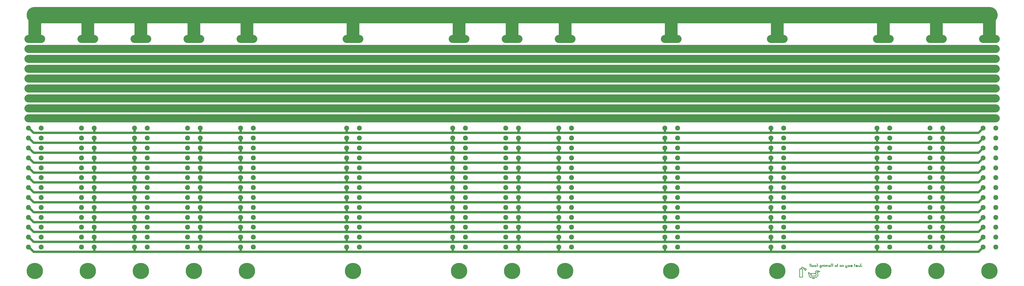
<source format=gbl>
G04 start of page 3 for group 5 idx 5 *
G04 Title: (unknown), bottom *
G04 Creator: pcb 20110918 *
G04 CreationDate: Mon May  5 15:54:35 2014 UTC *
G04 For: fosse *
G04 Format: Gerber/RS-274X *
G04 PCB-Dimensions: 2025000 500000 *
G04 PCB-Coordinate-Origin: lower left *
%MOIN*%
%FSLAX25Y25*%
%LNBOTTOM*%
%ADD31C,0.1280*%
%ADD30C,0.0380*%
%ADD29C,0.2560*%
%ADD28C,0.0780*%
%ADD27C,0.0100*%
%ADD26C,0.0090*%
%ADD25C,0.0350*%
%ADD24C,0.2550*%
%ADD23C,0.2000*%
%ADD22C,0.1250*%
G54D22*X1540994Y373800D02*X21000D01*
X1540994Y358200D02*X21000D01*
X1540994Y342600D02*X21000D01*
X1540994Y327000D02*X21000D01*
X1540994Y389400D02*X21000D01*
X1540994Y405000D02*X21000D01*
X1540994Y420600D02*X21000D01*
G54D23*X697664Y474000D02*Y440500D01*
G54D22*X707664Y436200D02*X687664D01*
G54D23*X780997Y474000D02*Y440500D01*
X364332Y474000D02*Y440500D01*
G54D22*X374332Y436200D02*X354332D01*
G54D23*X530998Y474000D02*Y440500D01*
G54D22*X540998Y436200D02*X520998D01*
G54D24*X31000Y474000D02*X1530994D01*
G54D23*X1030996D02*Y440500D01*
G54D22*X874330Y436200D02*X854330D01*
G54D23*X864330Y474000D02*Y440500D01*
G54D22*X790997Y436200D02*X770997D01*
G54D23*X1364328Y474000D02*Y440500D01*
G54D22*X1207662Y436200D02*X1187662D01*
G54D23*X1197662Y474000D02*Y440500D01*
G54D22*X1040996Y436200D02*X1020996D01*
G54D25*X1457661Y195100D02*X1457461Y194900D01*
X1457661Y202200D02*Y195100D01*
Y179500D02*X1457461Y179300D01*
X1457661Y186600D02*Y179500D01*
Y148300D02*X1457461Y148100D01*
X1457661Y155400D02*Y148300D01*
Y132700D02*X1457461Y132500D01*
X1457661Y139800D02*Y132700D01*
X1513694Y194900D02*X1520994Y202200D01*
X1513694Y179300D02*X1520994Y186600D01*
X1457661Y163900D02*X1457461Y163700D01*
X1457661Y171000D02*Y163900D01*
X1513694Y163700D02*X1520994Y171000D01*
X1457661Y226300D02*X1457461Y226100D01*
X1457661Y233400D02*Y226300D01*
Y241900D02*X1457461Y241700D01*
X1457661Y249000D02*Y241900D01*
X687664Y264600D02*Y258300D01*
X1457661Y264600D02*Y257500D01*
X790997Y264600D02*Y257500D01*
X1457661Y273100D02*X1457461Y272900D01*
X1457661Y280200D02*Y273100D01*
Y288700D02*X1457461Y288500D01*
X1457661Y295800D02*Y288700D01*
X790997Y295800D02*Y288700D01*
X790797Y288500D01*
X790997Y280200D02*Y273100D01*
X790797Y272900D01*
X790997Y257500D02*X790797Y257300D01*
X790997Y249000D02*Y241900D01*
X790797Y241700D01*
X790997Y233400D02*Y226300D01*
X790797Y226100D01*
X1513694D02*X1520994Y233400D01*
X1513694Y241700D02*X1520994Y249000D01*
X1513694Y257300D02*X1520994Y264600D01*
X1513694Y272900D02*X1520994Y280200D01*
X1513694Y288500D02*X1520994Y295800D01*
X1354328D02*Y289500D01*
X1355328Y288500D01*
X1457661Y117100D02*X1457461Y116900D01*
X1457661Y124200D02*Y117100D01*
X1513694Y148100D02*X1520994Y155400D01*
X1513694Y132500D02*X1520994Y139800D01*
X1513694Y116900D02*X1520994Y124200D01*
X1354328D02*Y117900D01*
X1355328Y116900D01*
X1354328Y139800D02*Y133500D01*
X790997Y124200D02*Y117100D01*
X790797Y116900D01*
X790997Y139800D02*Y132700D01*
X790797Y132500D01*
X790997Y155400D02*Y148300D01*
X790797Y148100D01*
X790997Y171000D02*Y163900D01*
X790797Y163700D01*
X1354328Y186600D02*Y180300D01*
X790997Y186600D02*Y179500D01*
X790797Y179300D01*
X790997Y202200D02*Y195100D01*
X790797Y194900D01*
X790997Y217800D02*Y210700D01*
X790797Y210500D01*
X1354328Y180300D02*X1355328Y179300D01*
X1354328Y202200D02*Y195900D01*
X1355328Y194900D01*
X1457661Y210700D02*X1457461Y210500D01*
X1457661Y217800D02*Y210700D01*
X1513694Y210500D02*X1520994Y217800D01*
X1354328D02*Y211500D01*
X1457661Y101500D02*X1457461Y101300D01*
X1457661Y108600D02*Y101500D01*
X1513694Y101300D02*X1520994Y108600D01*
X1354328D02*Y102300D01*
X1355328Y101300D01*
X1187662Y108600D02*Y101800D01*
X1354328Y133500D02*X1355328Y132500D01*
X1354328Y155400D02*Y149100D01*
X1355328Y148100D01*
X1187662Y124200D02*Y117400D01*
X1354328Y171000D02*Y164700D01*
X1355328Y163700D01*
X1187662Y171000D02*Y164200D01*
Y117400D02*X1188162Y116900D01*
X1187662Y139800D02*Y133000D01*
X1188162Y132500D01*
X1187662Y155400D02*Y148600D01*
Y186600D02*Y179800D01*
G54D26*X1256279Y66817D02*X1257779D01*
G54D27*X1248779D02*X1255779D01*
X1255279D02*X1256279D01*
G54D26*X1257779Y63317D02*X1251279D01*
G54D27*X1253779Y60317D02*Y59817D01*
X1258779Y60817D02*X1249779D01*
X1247779Y62817D01*
G54D26*X1249779Y64817D02*X1251779Y66817D01*
X1251279Y63317D02*X1249779Y64817D01*
G54D27*X1247779Y65317D02*X1246779Y66317D01*
Y68817D02*X1248779Y66817D01*
X1246779Y68817D02*Y66317D01*
X1247779Y62817D02*Y65317D01*
X1256279Y59317D02*X1252279D01*
X1256279Y66817D02*X1257779Y68317D01*
X1232779Y74317D02*Y61317D01*
X1237279D01*
Y74317D01*
X1232779D01*
X1234279D01*
X1235279Y75317D01*
X1236279Y74317D01*
X1235279Y75317D02*Y76317D01*
X1235779Y76817D01*
X1237779D01*
X1239279Y75317D01*
Y74317D01*
X1241779Y71817D01*
X1243279Y73317D01*
X1239279Y75317D02*X1241279D01*
X1243279Y73317D01*
X1258779Y71317D02*X1262279D01*
X1257779Y70317D02*X1258779Y71317D01*
G54D26*Y64317D02*X1257779Y63317D01*
Y66817D02*X1258779Y65817D01*
G54D27*X1259779Y68317D02*X1261279Y66817D01*
Y63317D01*
G54D26*X1258779Y65817D02*Y64317D01*
G54D27*X1261279Y63317D02*X1258779Y60817D01*
X1262279Y69317D02*X1259779D01*
Y68317D01*
X1262279Y71317D02*X1263279Y70317D01*
X1262279Y69317D01*
X1260779Y70817D02*Y70317D01*
X1263279D02*X1264779D01*
X1257779Y68317D02*Y70317D01*
G54D25*X1354328Y264600D02*Y258300D01*
X1355328Y257300D01*
X1457661Y257500D02*X1457461Y257300D01*
X1354328Y249000D02*Y242700D01*
X1355328Y241700D01*
X1354328Y233400D02*Y227100D01*
G54D22*X1540994Y436200D02*X1520994D01*
G54D23*X1447661Y474000D02*Y440500D01*
G54D22*X1457661Y436200D02*X1437661D01*
G54D23*X1530994Y474000D02*Y440500D01*
G54D22*X1374328Y436200D02*X1354328D01*
G54D25*Y280200D02*Y273900D01*
X1355328Y272900D01*
X1187662Y295800D02*Y289000D01*
X1188162Y288500D01*
X1187662Y264600D02*Y257800D01*
X1188162Y257300D01*
X1354328Y227100D02*X1355328Y226100D01*
X1187662Y249000D02*Y242200D01*
X1188162Y241700D01*
X1187662Y233400D02*Y226600D01*
Y179800D02*X1188162Y179300D01*
X1187662Y202200D02*Y195400D01*
X1188162Y194900D01*
X1187662Y148600D02*X1188162Y148100D01*
X1020996Y124200D02*Y116900D01*
Y139800D02*Y132500D01*
Y155400D02*Y148100D01*
X354332Y233400D02*Y226100D01*
Y217800D02*Y210500D01*
Y249000D02*Y241700D01*
Y264600D02*Y257300D01*
Y280200D02*Y272900D01*
Y295800D02*Y288500D01*
X520998Y226600D02*X520498Y226100D01*
X520998Y211000D02*X520498Y210500D01*
X520998Y217800D02*Y211000D01*
Y233400D02*Y226600D01*
X354332Y202200D02*Y194900D01*
Y171000D02*Y163700D01*
Y155400D02*Y148100D01*
Y108600D02*Y101300D01*
Y186600D02*Y179300D01*
X520998Y195400D02*X520498Y194900D01*
X520998Y202200D02*Y195400D01*
Y179800D02*X520498Y179300D01*
X520998Y186600D02*Y179800D01*
Y164200D02*X520498Y163700D01*
X520998Y171000D02*Y164200D01*
Y148600D02*X520498Y148100D01*
X520998Y155400D02*Y148600D01*
X354332Y139800D02*Y132500D01*
Y124200D02*Y116900D01*
X520998Y133000D02*X520498Y132500D01*
X520998Y139800D02*Y133000D01*
Y242200D02*X520498Y241700D01*
X520998Y249000D02*Y242200D01*
Y257800D02*X520498Y257300D01*
X520998Y264600D02*Y257800D01*
Y273400D02*X520498Y272900D01*
X520998Y280200D02*Y273400D01*
X29000Y210500D02*X1513694D01*
X687664Y211500D02*X686664Y210500D01*
X687664Y217800D02*Y211500D01*
X854330Y217800D02*Y211000D01*
X853830Y210500D01*
X29000Y163700D02*X1513694D01*
X687664Y164700D02*X686664Y163700D01*
X687664Y171000D02*Y164700D01*
X854330Y164200D02*X853830Y163700D01*
X29000Y194900D02*X1513694D01*
X29000Y179300D02*X1513697Y179303D01*
X687664Y195900D02*X686664Y194900D01*
X687664Y202200D02*Y195900D01*
Y180300D02*X686664Y179300D01*
X687664Y186600D02*Y180300D01*
X124333Y163900D02*X124133Y163700D01*
X1187662Y164200D02*X1188162Y163700D01*
X1020996Y171000D02*Y163700D01*
X854330Y171000D02*Y164200D01*
Y195400D02*X853830Y194900D01*
X1020996Y186600D02*Y179300D01*
Y202200D02*Y194900D01*
X854330Y186600D02*Y179800D01*
X853830Y179300D01*
X854330Y202200D02*Y195400D01*
X520998Y295800D02*Y289000D01*
Y101800D02*X520498Y101300D01*
X520998Y108600D02*Y101800D01*
Y117400D02*X520498Y116900D01*
X520998Y124200D02*Y117400D01*
X687664Y149100D02*X686664Y148100D01*
X687664Y155400D02*Y149100D01*
X854330Y155400D02*Y148600D01*
X853830Y148100D01*
X790997Y108600D02*Y101500D01*
X790797Y101300D01*
X1354328Y211500D02*X1355328Y210500D01*
X1187662Y217800D02*Y211000D01*
X1188162Y210500D01*
X1020996Y217800D02*Y210500D01*
X29000Y148100D02*X1513694D01*
X29000Y132500D02*X1513694D01*
X29000Y116900D02*X1513694D01*
X29000Y101300D02*X1513697Y101303D01*
X1187662Y101800D02*X1188162Y101300D01*
X1020996Y108600D02*Y101300D01*
X854330Y108600D02*Y101800D01*
X853830Y101300D01*
X687664Y133500D02*X686664Y132500D01*
X687664Y139800D02*Y133500D01*
Y117900D02*X686664Y116900D01*
X687664Y124200D02*Y117900D01*
Y102300D02*X686664Y101300D01*
X687664Y108600D02*Y102300D01*
X854330Y124200D02*Y117400D01*
X853830Y116900D01*
X854330Y139800D02*Y133000D01*
X853830Y132500D01*
X520998Y289000D02*X520498Y288500D01*
G54D22*X1540994Y311400D02*X21000D01*
G54D25*X29000Y272900D02*X1513694D01*
X29000Y288500D02*X1513694D01*
X29000Y226100D02*X1513694D01*
X29000Y241700D02*X1513694D01*
X29000Y257300D02*X1513697Y257303D01*
X687664Y227100D02*X686664Y226100D01*
X687664Y233400D02*Y227100D01*
Y242700D02*X686664Y241700D01*
X687664Y249000D02*Y242700D01*
Y258300D02*X686664Y257300D01*
X687664Y273900D02*X686664Y272900D01*
X687664Y280200D02*Y273900D01*
Y289500D02*X686664Y288500D01*
X687664Y295800D02*Y289500D01*
X1187662Y280200D02*Y273400D01*
X1188162Y272900D01*
X1020996Y295800D02*Y288500D01*
Y280200D02*Y272900D01*
Y264600D02*Y257300D01*
X1187662Y226600D02*X1188162Y226100D01*
X1020996Y249000D02*Y241700D01*
Y233400D02*Y226100D01*
X854330Y295800D02*Y289000D01*
X853830Y288500D01*
X854330Y280200D02*Y273400D01*
X853830Y272900D01*
X854330Y264600D02*Y257800D01*
X853830Y257300D01*
X854330Y249000D02*Y242200D01*
X853830Y241700D01*
X854330Y233400D02*Y226600D01*
X853830Y226100D01*
G54D23*X31000Y474000D02*Y440500D01*
G54D22*X41000Y436200D02*X21000D01*
G54D25*X21700Y233400D02*X29000Y226100D01*
X21000Y233400D02*X21700D01*
Y249000D02*X29000Y241700D01*
X21000Y249000D02*X21700D01*
Y264600D02*X29000Y257300D01*
X21000Y264600D02*X21700D01*
Y280200D02*X29000Y272900D01*
X21000Y280200D02*X21700D01*
Y295800D02*X29000Y288500D01*
X21000Y295800D02*X21700D01*
Y171000D02*X29000Y163700D01*
X21700Y155400D02*X29000Y148100D01*
X21000Y155400D02*X21700D01*
X21000Y171000D02*X21700D01*
Y139800D02*X29000Y132500D01*
X21000Y139800D02*X21700D01*
Y124200D02*X29000Y116900D01*
X21000Y124200D02*X21700D01*
X124333Y226300D02*X124133Y226100D01*
X124333Y233400D02*Y226300D01*
X21700Y108600D02*X29000Y101300D01*
X21000Y108600D02*X21700D01*
X21000Y217800D02*X21700D01*
Y202200D02*X29000Y194900D01*
X124333Y210700D02*X124133Y210500D01*
X124333Y217800D02*Y210700D01*
Y195100D02*X124133Y194900D01*
X124333Y202200D02*Y195100D01*
X21700Y217800D02*X29000Y210500D01*
X21000Y202200D02*X21700D01*
Y186600D02*X29000Y179300D01*
X21000Y186600D02*X21700D01*
X124333Y179500D02*X124133Y179300D01*
X124333Y186600D02*Y179500D01*
Y171000D02*Y163900D01*
Y148300D02*X124133Y148100D01*
X124333Y155400D02*Y148300D01*
Y132700D02*X124133Y132500D01*
X124333Y139800D02*Y132700D01*
Y117100D02*X124133Y116900D01*
X124333Y124200D02*Y117100D01*
Y241900D02*X124133Y241700D01*
X124333Y249000D02*Y241900D01*
Y257500D02*X124133Y257300D01*
X124333Y264600D02*Y257500D01*
Y273100D02*X124133Y272900D01*
X124333Y280200D02*Y273100D01*
Y288700D02*X124133Y288500D01*
X124333Y295800D02*Y288700D01*
X187666Y226600D02*X188166Y226100D01*
X187666Y211000D02*X188166Y210500D01*
X187666Y217800D02*Y211000D01*
Y233400D02*Y226600D01*
X124333Y101500D02*X124133Y101300D01*
X124333Y108600D02*Y101500D01*
X187666Y202200D02*Y195400D01*
Y164200D02*X188166Y163700D01*
X187666Y171000D02*Y164200D01*
Y148600D02*X188166Y148100D01*
X187666Y155400D02*Y148600D01*
Y242200D02*X188166Y241700D01*
X187666Y249000D02*Y242200D01*
Y257800D02*X188166Y257300D01*
X187666Y264600D02*Y257800D01*
Y273400D02*X188166Y272900D01*
X187666Y280200D02*Y273400D01*
Y289000D02*X188166Y288500D01*
X187666Y295800D02*Y289000D01*
G54D23*X114333Y474000D02*Y440500D01*
G54D22*X124333Y436200D02*X104333D01*
G54D23*X197666Y474000D02*Y440500D01*
G54D22*X207666Y436200D02*X187666D01*
G54D23*X280999Y474000D02*Y440500D01*
G54D22*X290999Y436200D02*X270999D01*
G54D25*X290999Y226300D02*X290799Y226100D01*
X290999Y210700D02*X290799Y210500D01*
X290999Y217800D02*Y210700D01*
Y233400D02*Y226300D01*
Y241900D02*X290799Y241700D01*
X290999Y249000D02*Y241900D01*
Y257500D02*X290799Y257300D01*
X290999Y264600D02*Y257500D01*
Y273100D02*X290799Y272900D01*
X290999Y280200D02*Y273100D01*
Y288700D02*X290799Y288500D01*
X290999Y295800D02*Y288700D01*
X187666Y133000D02*X188166Y132500D01*
X187666Y139800D02*Y133000D01*
Y117400D02*X188166Y116900D01*
X187666Y124200D02*Y117400D01*
Y101800D02*X188166Y101300D01*
X187666Y108600D02*Y101800D01*
Y195400D02*X188166Y194900D01*
X187666Y179800D02*X188166Y179300D01*
X187666Y186600D02*Y179800D01*
X290999Y195100D02*X290799Y194900D01*
X290999Y202200D02*Y195100D01*
Y179500D02*X290799Y179300D01*
X290999Y186600D02*Y179500D01*
Y163900D02*X290799Y163700D01*
X290999Y171000D02*Y163900D01*
Y148300D02*X290799Y148100D01*
X290999Y155400D02*Y148300D01*
Y132700D02*X290799Y132500D01*
X290999Y139800D02*Y132700D01*
Y117100D02*X290799Y116900D01*
X290999Y124200D02*Y117100D01*
Y101500D02*X290799Y101300D01*
X290999Y108600D02*Y101500D01*
G54D27*X1328629Y82217D02*X1329509D01*
X1328629Y78367D02*Y82217D01*
X1329179Y77817D02*X1328629Y78367D01*
X1329179Y77817D02*X1329729D01*
X1330279Y78367D02*X1329729Y77817D01*
X1330279Y78367D02*Y78917D01*
X1327309Y78367D02*Y80017D01*
Y78367D02*X1326759Y77817D01*
X1325659D02*X1326759D01*
X1325659D02*X1325109Y78367D01*
Y80017D01*
X1321589Y77817D02*X1323239D01*
X1321589D02*X1321039Y78367D01*
X1321589Y78917D02*X1321039Y78367D01*
X1321589Y78917D02*X1323239D01*
X1323789Y79467D02*X1323239Y78917D01*
X1323789Y79467D02*X1323239Y80017D01*
X1321589D02*X1323239D01*
X1321589D02*X1321039Y79467D01*
X1323789Y78367D02*X1323239Y77817D01*
X1319169Y78367D02*Y82217D01*
Y78367D02*X1318619Y77817D01*
Y80567D02*X1319719D01*
X1313339Y77817D02*X1314989D01*
X1313339D02*X1312789Y78367D01*
X1313339Y78917D02*X1312789Y78367D01*
X1313339Y78917D02*X1314989D01*
X1315539Y79467D02*X1314989Y78917D01*
X1315539Y79467D02*X1314989Y80017D01*
X1313339D02*X1314989D01*
X1313339D02*X1312789Y79467D01*
X1315539Y78367D02*X1314989Y77817D01*
X1309819Y80017D02*X1309269Y79467D01*
X1309819Y80017D02*X1310919D01*
X1311469Y79467D02*X1310919Y80017D01*
X1311469Y78367D02*Y79467D01*
Y78367D02*X1310919Y77817D01*
X1309269Y78367D02*Y80017D01*
Y78367D02*X1308719Y77817D01*
X1309819D02*X1310919D01*
X1309819D02*X1309269Y78367D01*
X1307399D02*Y80017D01*
Y78367D02*X1306849Y77817D01*
X1305199Y76717D02*Y80017D01*
X1305749Y76167D02*X1305199Y76717D01*
X1305749Y76167D02*X1306849D01*
X1307399Y76717D02*X1306849Y76167D01*
X1305749Y77817D02*X1306849D01*
X1305749D02*X1305199Y78367D01*
X1301349Y77817D02*Y79467D01*
X1300799Y80017D01*
X1300249D02*X1300799D01*
X1300249D02*X1299699Y79467D01*
Y77817D02*Y79467D01*
X1301899Y80017D02*X1301349Y79467D01*
X1298379Y78367D02*Y79467D01*
X1297829Y80017D01*
X1296729D02*X1297829D01*
X1296729D02*X1296179Y79467D01*
Y78367D02*Y79467D01*
X1296729Y77817D02*X1296179Y78367D01*
X1296729Y77817D02*X1297829D01*
X1298379Y78367D02*X1297829Y77817D01*
X1292329Y78367D02*Y82217D01*
Y78367D02*X1291779Y77817D01*
Y80567D02*X1292879D01*
X1290679Y78367D02*Y79467D01*
X1290129Y80017D01*
X1289029D02*X1290129D01*
X1289029D02*X1288479Y79467D01*
Y78367D02*Y79467D01*
X1289029Y77817D02*X1288479Y78367D01*
X1289029Y77817D02*X1290129D01*
X1290679Y78367D02*X1290129Y77817D01*
X1284629D02*Y81667D01*
X1284079Y82217D01*
X1283529D02*X1284079D01*
Y80017D02*X1285179D01*
X1282429Y78367D02*Y82217D01*
Y78367D02*X1281879Y77817D01*
X1279129Y80017D02*X1278579Y79467D01*
X1279129Y80017D02*X1280229D01*
X1280779Y79467D02*X1280229Y80017D01*
X1280779Y78367D02*Y79467D01*
Y78367D02*X1280229Y77817D01*
X1278579Y78367D02*Y80017D01*
Y78367D02*X1278029Y77817D01*
X1279129D02*X1280229D01*
X1279129D02*X1278579Y78367D01*
X1276159Y77817D02*Y79467D01*
X1275609Y80017D01*
X1275059D02*X1275609D01*
X1275059D02*X1274509Y79467D01*
Y77817D02*Y79467D01*
X1273959Y80017D01*
X1273409D02*X1273959D01*
X1273409D02*X1272859Y79467D01*
Y77817D02*Y79467D01*
X1276709Y80017D02*X1276159Y79467D01*
X1271539Y81007D02*Y81117D01*
Y77817D02*Y79467D01*
X1269889Y77817D02*Y79467D01*
X1269339Y80017D01*
X1268789D02*X1269339D01*
X1268789D02*X1268239Y79467D01*
Y77817D02*Y79467D01*
X1270439Y80017D02*X1269889Y79467D01*
X1265269Y80017D02*X1264719Y79467D01*
X1265269Y80017D02*X1266369D01*
X1266919Y79467D02*X1266369Y80017D01*
X1266919Y78367D02*Y79467D01*
Y78367D02*X1266369Y77817D01*
X1265269D02*X1266369D01*
X1265269D02*X1264719Y78367D01*
X1266919Y76717D02*X1266369Y76167D01*
X1265269D02*X1266369D01*
X1265269D02*X1264719Y76717D01*
Y80017D01*
X1260869Y77817D02*Y81667D01*
X1260319Y82217D01*
X1259769D02*X1260319D01*
Y80017D02*X1261419D01*
X1258669Y78367D02*Y79467D01*
X1258119Y80017D01*
X1257019D02*X1258119D01*
X1257019D02*X1256469Y79467D01*
Y78367D02*Y79467D01*
X1257019Y77817D02*X1256469Y78367D01*
X1257019Y77817D02*X1258119D01*
X1258669Y78367D02*X1258119Y77817D01*
X1255149Y78367D02*Y80017D01*
Y78367D02*X1254599Y77817D01*
X1254049D02*X1254599D01*
X1254049D02*X1253499Y78367D01*
Y80017D01*
Y78367D02*X1252949Y77817D01*
X1252399D02*X1252949D01*
X1252399D02*X1251849Y78367D01*
Y80017D01*
X1250529Y78367D02*Y82217D01*
Y78367D02*X1249979Y77817D01*
X1248879D02*Y78367D01*
Y79467D02*Y82217D01*
G54D28*X104333Y436200D03*
Y420600D03*
Y405000D03*
Y389400D03*
Y373800D03*
Y358200D03*
Y342600D03*
Y327000D03*
Y311400D03*
Y295800D03*
Y280200D03*
X124333Y436200D03*
Y420600D03*
Y405000D03*
Y389400D03*
Y373800D03*
Y358200D03*
Y342600D03*
Y327000D03*
Y311400D03*
Y295800D03*
Y280200D03*
X207666Y373800D03*
Y358200D03*
Y342600D03*
Y327000D03*
Y311400D03*
Y295800D03*
Y280200D03*
X187666Y358200D03*
Y342600D03*
Y327000D03*
Y311400D03*
Y295800D03*
Y280200D03*
G54D29*X197666Y474000D03*
X280999D03*
G54D28*X270999Y436200D03*
X207666D03*
X187666D03*
Y420600D03*
X207666D03*
Y405000D03*
Y389400D03*
X187666Y405000D03*
Y389400D03*
Y373800D03*
X270999Y420600D03*
Y405000D03*
Y389400D03*
Y373800D03*
Y358200D03*
Y342600D03*
Y327000D03*
Y311400D03*
Y295800D03*
Y280200D03*
X290999Y436200D03*
Y420600D03*
Y405000D03*
Y389400D03*
Y373800D03*
Y358200D03*
Y342600D03*
Y327000D03*
Y311400D03*
Y295800D03*
Y280200D03*
G54D29*X364332Y474000D03*
G54D28*X374332Y436200D03*
X354332D03*
Y420600D03*
X374332D03*
Y405000D03*
Y389400D03*
X354332Y405000D03*
Y389400D03*
Y373800D03*
X374332D03*
Y358200D03*
Y342600D03*
Y327000D03*
Y311400D03*
Y295800D03*
Y280200D03*
X354332Y358200D03*
Y342600D03*
Y327000D03*
Y311400D03*
Y295800D03*
Y280200D03*
G54D29*X530998Y474000D03*
G54D28*X540998Y436200D03*
X520998D03*
Y420600D03*
X540998D03*
Y405000D03*
Y389400D03*
X520998Y405000D03*
Y389400D03*
Y373800D03*
X540998D03*
Y358200D03*
Y342600D03*
Y327000D03*
Y311400D03*
Y295800D03*
Y280200D03*
X520998Y358200D03*
Y342600D03*
Y327000D03*
Y311400D03*
Y295800D03*
Y280200D03*
G54D29*X697664Y474000D03*
G54D28*X707664Y436200D03*
X687664D03*
X707664Y420600D03*
X687664D03*
X707664Y405000D03*
X687664D03*
Y389400D03*
X707664D03*
Y373800D03*
Y358200D03*
Y342600D03*
Y327000D03*
Y311400D03*
Y295800D03*
Y280200D03*
X687664Y373800D03*
Y358200D03*
Y342600D03*
Y327000D03*
Y311400D03*
Y295800D03*
Y280200D03*
G54D29*X31000Y70800D03*
X114333D03*
X197666D03*
G54D28*X21000Y264600D03*
Y249000D03*
Y233400D03*
Y217800D03*
Y202200D03*
Y186600D03*
Y171000D03*
Y155400D03*
Y139800D03*
Y124200D03*
Y108600D03*
X41000Y202200D03*
Y186600D03*
Y171000D03*
Y155400D03*
Y139800D03*
Y124200D03*
Y108600D03*
X104333Y233400D03*
Y217800D03*
Y202200D03*
Y186600D03*
Y171000D03*
Y155400D03*
Y139800D03*
Y124200D03*
Y108600D03*
X270999Y202200D03*
X290999D03*
X270999Y186600D03*
X290999D03*
X270999Y171000D03*
X290999D03*
X270999Y155400D03*
X290999D03*
X270999Y139800D03*
X290999D03*
X270999Y233400D03*
Y217800D03*
X290999Y233400D03*
Y217800D03*
X187666Y124200D03*
X270999D03*
X290999D03*
X187666Y108600D03*
X270999D03*
X290999D03*
G54D29*X280999Y70800D03*
X364332D03*
X530998D03*
G54D28*X374332Y124200D03*
X354332D03*
X540998D03*
X520998D03*
X374332Y108600D03*
X354332D03*
X540998D03*
X520998D03*
G54D29*X31000Y474000D03*
G54D28*X21000Y436200D03*
Y420600D03*
Y405000D03*
Y389400D03*
Y373800D03*
X41000Y436200D03*
Y420600D03*
Y405000D03*
Y389400D03*
Y373800D03*
G54D29*X114333Y474000D03*
G54D28*X41000Y358200D03*
X21000D03*
X41000Y342600D03*
X21000D03*
X41000Y327000D03*
X21000D03*
Y311400D03*
Y295800D03*
Y280200D03*
X41000Y311400D03*
Y295800D03*
Y280200D03*
Y264600D03*
Y249000D03*
Y233400D03*
Y217800D03*
X104333Y264600D03*
Y249000D03*
X124333Y264600D03*
Y249000D03*
Y233400D03*
Y217800D03*
Y202200D03*
Y186600D03*
Y171000D03*
Y155400D03*
Y139800D03*
Y124200D03*
Y108600D03*
X207666Y264600D03*
X187666D03*
X207666Y249000D03*
X187666D03*
X207666Y233400D03*
X187666D03*
X207666Y217800D03*
X187666D03*
Y202200D03*
X207666D03*
Y186600D03*
Y171000D03*
Y155400D03*
Y139800D03*
Y124200D03*
Y108600D03*
X187666Y186600D03*
Y171000D03*
Y155400D03*
Y139800D03*
X270999Y264600D03*
Y249000D03*
X290999Y264600D03*
Y249000D03*
X374332Y264600D03*
X354332D03*
X374332Y249000D03*
X354332D03*
X374332Y233400D03*
X354332D03*
X374332Y217800D03*
X354332D03*
Y202200D03*
X374332D03*
Y186600D03*
Y171000D03*
Y155400D03*
Y139800D03*
X354332Y186600D03*
Y171000D03*
Y155400D03*
Y139800D03*
X540998Y264600D03*
X520998D03*
X707664D03*
X687664D03*
X540998Y249000D03*
X520998D03*
X707664D03*
X687664D03*
X540998Y233400D03*
X520998D03*
X707664D03*
X687664D03*
X540998Y217800D03*
X520998D03*
Y202200D03*
X707664D03*
X687664Y217800D03*
Y202200D03*
X540998D03*
Y186600D03*
Y171000D03*
Y155400D03*
Y139800D03*
X520998Y186600D03*
Y171000D03*
Y155400D03*
Y139800D03*
X707664Y217800D03*
Y186600D03*
Y171000D03*
Y155400D03*
Y139800D03*
X687664Y186600D03*
Y171000D03*
Y155400D03*
Y139800D03*
G54D29*X1447661Y474000D03*
X1530994D03*
X1364328D03*
G54D28*X1437661Y436200D03*
X1457661D03*
Y420600D03*
X1437661D03*
Y405000D03*
Y389400D03*
X1457661Y405000D03*
Y389400D03*
Y373800D03*
X1540994Y436200D03*
Y420600D03*
Y405000D03*
X1520994Y436200D03*
Y420600D03*
Y405000D03*
X1437661Y233400D03*
Y217800D03*
Y202200D03*
Y186600D03*
Y171000D03*
Y155400D03*
Y139800D03*
X1457661Y233400D03*
Y217800D03*
Y202200D03*
Y186600D03*
Y171000D03*
Y155400D03*
Y139800D03*
G54D29*X1447661Y70800D03*
G54D28*X1437661Y124200D03*
Y108600D03*
X1457661Y124200D03*
Y108600D03*
X1540994Y233400D03*
Y217800D03*
Y202200D03*
Y186600D03*
Y171000D03*
Y155400D03*
Y139800D03*
X1520994Y155400D03*
Y139800D03*
G54D29*X1530994Y70800D03*
G54D28*X1520994Y124200D03*
Y108600D03*
X1437661Y373800D03*
Y358200D03*
Y342600D03*
Y327000D03*
Y311400D03*
Y295800D03*
X1457661Y358200D03*
Y342600D03*
Y327000D03*
Y311400D03*
Y295800D03*
X1540994Y389400D03*
Y373800D03*
Y358200D03*
Y342600D03*
Y327000D03*
Y311400D03*
Y295800D03*
X1520994Y389400D03*
Y373800D03*
Y358200D03*
Y342600D03*
Y327000D03*
Y311400D03*
Y295800D03*
X1374328Y436200D03*
Y420600D03*
X1354328Y436200D03*
Y420600D03*
Y405000D03*
X1374328D03*
Y389400D03*
Y373800D03*
Y358200D03*
Y342600D03*
Y327000D03*
Y311400D03*
Y295800D03*
X1354328Y389400D03*
Y373800D03*
Y358200D03*
Y342600D03*
Y327000D03*
Y311400D03*
Y295800D03*
X1437661Y280200D03*
X1457661D03*
X1540994D03*
X1520994D03*
X1437661Y264600D03*
X1540994D03*
X1520994D03*
X1457661D03*
Y249000D03*
X1540994D03*
X1520994D03*
Y233400D03*
Y217800D03*
Y202200D03*
Y186600D03*
Y171000D03*
X1374328Y186600D03*
Y171000D03*
Y155400D03*
Y139800D03*
X1354328Y186600D03*
Y171000D03*
Y155400D03*
Y139800D03*
X1437661Y249000D03*
X1374328Y280200D03*
X1354328D03*
X1374328Y264600D03*
X1354328D03*
X1374328Y233400D03*
Y217800D03*
Y202200D03*
Y249000D03*
X1354328D03*
Y233400D03*
Y217800D03*
Y202200D03*
G54D29*X697664Y70800D03*
G54D28*X707664Y124200D03*
Y108600D03*
X687664Y124200D03*
Y108600D03*
G54D29*X780997Y70800D03*
G54D28*X770997Y124200D03*
Y108600D03*
X790997Y124200D03*
Y108600D03*
X1040996Y280200D03*
X1020996D03*
Y264600D03*
Y249000D03*
X1040996Y264600D03*
X874330Y280200D03*
X854330D03*
Y264600D03*
Y249000D03*
X874330Y264600D03*
Y249000D03*
Y233400D03*
Y217800D03*
Y202200D03*
Y186600D03*
Y171000D03*
Y155400D03*
Y139800D03*
Y108600D03*
X854330Y233400D03*
Y217800D03*
Y202200D03*
Y186600D03*
Y171000D03*
Y155400D03*
Y139800D03*
Y124200D03*
Y108600D03*
X770997Y280200D03*
X790997D03*
Y264600D03*
Y249000D03*
X770997Y264600D03*
Y249000D03*
Y233400D03*
Y217800D03*
Y202200D03*
Y186600D03*
Y171000D03*
Y155400D03*
Y139800D03*
X790997Y233400D03*
Y217800D03*
Y202200D03*
Y186600D03*
Y171000D03*
Y155400D03*
Y139800D03*
G54D29*X1197662Y474000D03*
G54D28*X1207662Y436200D03*
X1187662D03*
Y420600D03*
X1207662D03*
Y405000D03*
Y389400D03*
X1187662Y405000D03*
Y389400D03*
Y373800D03*
X1207662D03*
Y358200D03*
Y342600D03*
Y327000D03*
Y311400D03*
Y295800D03*
X1187662Y358200D03*
Y342600D03*
Y327000D03*
Y311400D03*
Y295800D03*
G54D29*X1030996Y474000D03*
G54D28*X1040996Y436200D03*
X1020996D03*
X1040996Y420600D03*
X1020996D03*
X1040996Y405000D03*
X1020996D03*
Y389400D03*
X1040996D03*
Y373800D03*
Y358200D03*
Y342600D03*
Y327000D03*
Y311400D03*
Y295800D03*
X1020996Y373800D03*
Y358200D03*
Y342600D03*
Y327000D03*
Y311400D03*
Y295800D03*
G54D29*X864330Y474000D03*
G54D28*X874330Y436200D03*
X854330D03*
X874330Y420600D03*
X854330D03*
G54D29*X780997Y474000D03*
G54D28*X874330Y405000D03*
X854330D03*
Y389400D03*
X874330D03*
Y373800D03*
Y358200D03*
Y342600D03*
Y327000D03*
Y311400D03*
Y295800D03*
X854330Y373800D03*
Y358200D03*
Y342600D03*
Y327000D03*
Y311400D03*
Y295800D03*
X770997Y436200D03*
Y420600D03*
Y405000D03*
Y389400D03*
Y373800D03*
Y358200D03*
Y342600D03*
Y327000D03*
Y311400D03*
Y295800D03*
X790997Y436200D03*
Y420600D03*
Y405000D03*
Y389400D03*
Y373800D03*
Y358200D03*
Y342600D03*
Y327000D03*
Y311400D03*
Y295800D03*
X1207662Y280200D03*
Y264600D03*
Y249000D03*
X1187662Y280200D03*
Y264600D03*
Y249000D03*
X1207662Y233400D03*
Y217800D03*
Y202200D03*
Y186600D03*
Y171000D03*
Y155400D03*
Y139800D03*
X1187662Y233400D03*
Y217800D03*
Y202200D03*
Y186600D03*
Y171000D03*
Y155400D03*
Y139800D03*
X1040996Y249000D03*
Y233400D03*
Y217800D03*
Y202200D03*
Y186600D03*
Y171000D03*
Y155400D03*
Y139800D03*
X1020996Y233400D03*
Y217800D03*
Y202200D03*
Y186600D03*
Y171000D03*
Y155400D03*
Y139800D03*
X1540994Y124200D03*
Y108600D03*
G54D29*X1364328Y70800D03*
X1197662D03*
X1030996D03*
X864330D03*
G54D28*X1374328Y124200D03*
X1354328D03*
X1207662D03*
X1187662D03*
X1374328Y108600D03*
X1354328D03*
X1207662D03*
X1187662D03*
X1040996D03*
X1020996D03*
X1040996Y124200D03*
X1020996D03*
X874330D03*
G54D30*G54D31*G54D30*G54D31*G54D30*G54D31*G54D30*G54D31*G54D30*G54D31*G54D30*G54D31*G54D30*G54D31*G54D30*G54D31*G54D30*G54D31*G54D30*G54D31*G54D30*G54D31*G54D30*G54D31*G54D30*G54D31*G54D30*G54D31*G54D30*G54D31*G54D30*G54D31*G54D30*G54D31*G54D30*G54D31*G54D30*M02*

</source>
